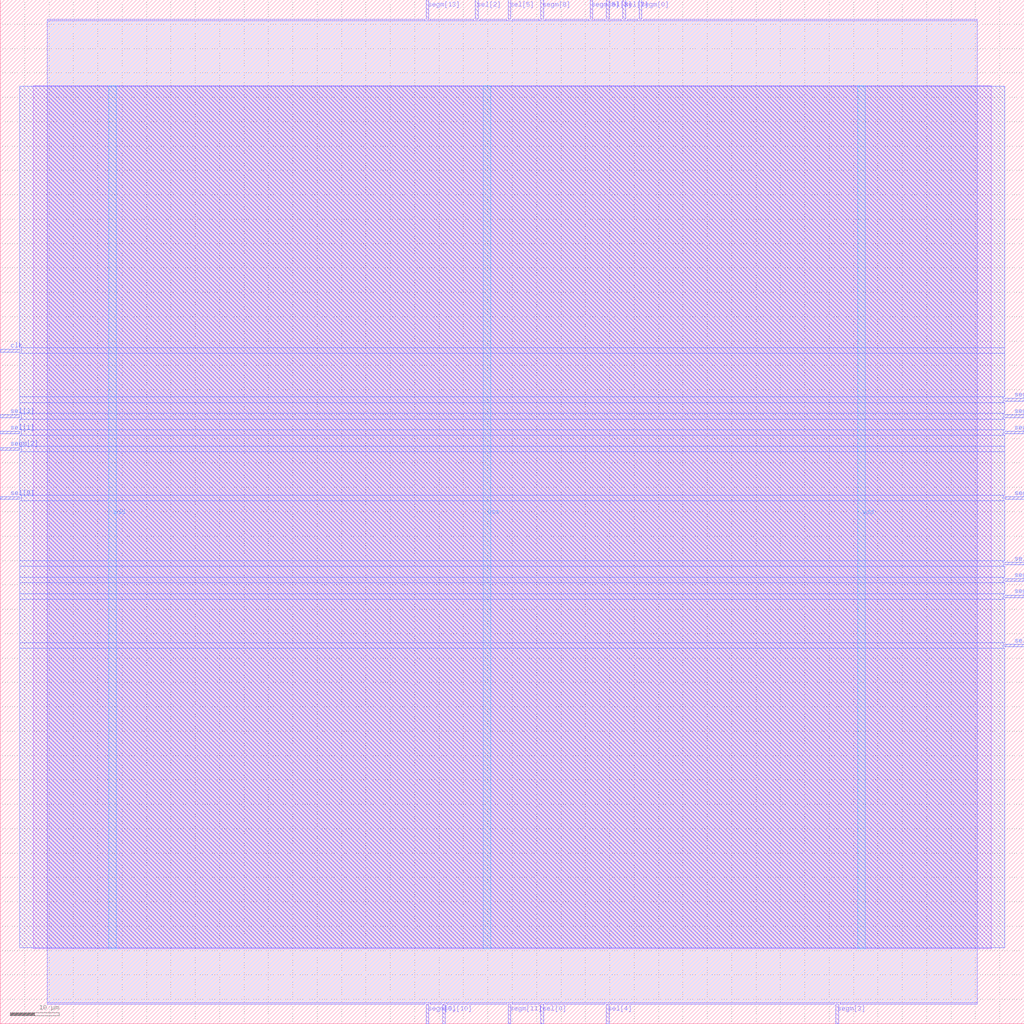
<source format=lef>
VERSION 5.7 ;
  NOWIREEXTENSIONATPIN ON ;
  DIVIDERCHAR "/" ;
  BUSBITCHARS "[]" ;
MACRO ita24
  CLASS BLOCK ;
  FOREIGN ita24 ;
  ORIGIN 0.000 0.000 ;
  SIZE 210.000 BY 210.000 ;
  PIN clk
    DIRECTION INPUT ;
    USE SIGNAL ;
    ANTENNAGATEAREA 4.738000 ;
    ANTENNADIFFAREA 0.410400 ;
    PORT
      LAYER Metal3 ;
        RECT 0.000 137.760 4.000 138.320 ;
    END
  END clk
  PIN segm[0]
    DIRECTION OUTPUT TRISTATE ;
    USE SIGNAL ;
    ANTENNADIFFAREA 0.360800 ;
    PORT
      LAYER Metal2 ;
        RECT 131.040 206.000 131.600 210.000 ;
    END
  END segm[0]
  PIN segm[10]
    DIRECTION OUTPUT TRISTATE ;
    USE SIGNAL ;
    ANTENNADIFFAREA 4.731200 ;
    PORT
      LAYER Metal3 ;
        RECT 206.000 127.680 210.000 128.240 ;
    END
  END segm[10]
  PIN segm[11]
    DIRECTION OUTPUT TRISTATE ;
    USE SIGNAL ;
    ANTENNADIFFAREA 4.731200 ;
    PORT
      LAYER Metal2 ;
        RECT 104.160 0.000 104.720 4.000 ;
    END
  END segm[11]
  PIN segm[12]
    DIRECTION OUTPUT TRISTATE ;
    USE SIGNAL ;
    ANTENNADIFFAREA 4.731200 ;
    PORT
      LAYER Metal3 ;
        RECT 206.000 107.520 210.000 108.080 ;
    END
  END segm[12]
  PIN segm[13]
    DIRECTION OUTPUT TRISTATE ;
    USE SIGNAL ;
    ANTENNADIFFAREA 4.731200 ;
    PORT
      LAYER Metal2 ;
        RECT 87.360 206.000 87.920 210.000 ;
    END
  END segm[13]
  PIN segm[1]
    DIRECTION OUTPUT TRISTATE ;
    USE SIGNAL ;
    ANTENNADIFFAREA 4.731200 ;
    PORT
      LAYER Metal3 ;
        RECT 206.000 90.720 210.000 91.280 ;
    END
  END segm[1]
  PIN segm[2]
    DIRECTION OUTPUT TRISTATE ;
    USE SIGNAL ;
    ANTENNADIFFAREA 4.731200 ;
    PORT
      LAYER Metal3 ;
        RECT 0.000 117.600 4.000 118.160 ;
    END
  END segm[2]
  PIN segm[3]
    DIRECTION OUTPUT TRISTATE ;
    USE SIGNAL ;
    ANTENNADIFFAREA 0.360800 ;
    PORT
      LAYER Metal2 ;
        RECT 171.360 0.000 171.920 4.000 ;
    END
  END segm[3]
  PIN segm[4]
    DIRECTION OUTPUT TRISTATE ;
    USE SIGNAL ;
    ANTENNADIFFAREA 4.731200 ;
    PORT
      LAYER Metal3 ;
        RECT 206.000 87.360 210.000 87.920 ;
    END
  END segm[4]
  PIN segm[5]
    DIRECTION OUTPUT TRISTATE ;
    USE SIGNAL ;
    ANTENNADIFFAREA 4.731200 ;
    PORT
      LAYER Metal2 ;
        RECT 120.960 206.000 121.520 210.000 ;
    END
  END segm[5]
  PIN segm[6]
    DIRECTION OUTPUT TRISTATE ;
    USE SIGNAL ;
    ANTENNADIFFAREA 4.731200 ;
    PORT
      LAYER Metal3 ;
        RECT 206.000 124.320 210.000 124.880 ;
    END
  END segm[6]
  PIN segm[7]
    DIRECTION OUTPUT TRISTATE ;
    USE SIGNAL ;
    ANTENNADIFFAREA 4.731200 ;
    PORT
      LAYER Metal3 ;
        RECT 206.000 120.960 210.000 121.520 ;
    END
  END segm[7]
  PIN segm[8]
    DIRECTION OUTPUT TRISTATE ;
    USE SIGNAL ;
    ANTENNADIFFAREA 4.731200 ;
    PORT
      LAYER Metal2 ;
        RECT 110.880 206.000 111.440 210.000 ;
    END
  END segm[8]
  PIN segm[9]
    DIRECTION OUTPUT TRISTATE ;
    USE SIGNAL ;
    ANTENNADIFFAREA 4.731200 ;
    PORT
      LAYER Metal2 ;
        RECT 87.360 0.000 87.920 4.000 ;
    END
  END segm[9]
  PIN sel[0]
    DIRECTION OUTPUT TRISTATE ;
    USE SIGNAL ;
    ANTENNADIFFAREA 4.731200 ;
    PORT
      LAYER Metal2 ;
        RECT 110.880 0.000 111.440 4.000 ;
    END
  END sel[0]
  PIN sel[10]
    DIRECTION OUTPUT TRISTATE ;
    USE SIGNAL ;
    ANTENNADIFFAREA 4.731200 ;
    PORT
      LAYER Metal2 ;
        RECT 90.720 0.000 91.280 4.000 ;
    END
  END sel[10]
  PIN sel[11]
    DIRECTION OUTPUT TRISTATE ;
    USE SIGNAL ;
    ANTENNADIFFAREA 4.731200 ;
    PORT
      LAYER Metal3 ;
        RECT 206.000 77.280 210.000 77.840 ;
    END
  END sel[11]
  PIN sel[1]
    DIRECTION OUTPUT TRISTATE ;
    USE SIGNAL ;
    ANTENNADIFFAREA 4.731200 ;
    PORT
      LAYER Metal3 ;
        RECT 0.000 120.960 4.000 121.520 ;
    END
  END sel[1]
  PIN sel[2]
    DIRECTION OUTPUT TRISTATE ;
    USE SIGNAL ;
    ANTENNADIFFAREA 4.731200 ;
    PORT
      LAYER Metal2 ;
        RECT 97.440 206.000 98.000 210.000 ;
    END
  END sel[2]
  PIN sel[3]
    DIRECTION OUTPUT TRISTATE ;
    USE SIGNAL ;
    ANTENNADIFFAREA 4.731200 ;
    PORT
      LAYER Metal3 ;
        RECT 0.000 124.320 4.000 124.880 ;
    END
  END sel[3]
  PIN sel[4]
    DIRECTION OUTPUT TRISTATE ;
    USE SIGNAL ;
    ANTENNADIFFAREA 4.731200 ;
    PORT
      LAYER Metal2 ;
        RECT 124.320 0.000 124.880 4.000 ;
    END
  END sel[4]
  PIN sel[5]
    DIRECTION OUTPUT TRISTATE ;
    USE SIGNAL ;
    ANTENNADIFFAREA 4.731200 ;
    PORT
      LAYER Metal2 ;
        RECT 104.160 206.000 104.720 210.000 ;
    END
  END sel[5]
  PIN sel[6]
    DIRECTION OUTPUT TRISTATE ;
    USE SIGNAL ;
    ANTENNADIFFAREA 4.731200 ;
    PORT
      LAYER Metal3 ;
        RECT 206.000 94.080 210.000 94.640 ;
    END
  END sel[6]
  PIN sel[7]
    DIRECTION OUTPUT TRISTATE ;
    USE SIGNAL ;
    ANTENNADIFFAREA 4.731200 ;
    PORT
      LAYER Metal2 ;
        RECT 127.680 206.000 128.240 210.000 ;
    END
  END sel[7]
  PIN sel[8]
    DIRECTION OUTPUT TRISTATE ;
    USE SIGNAL ;
    ANTENNADIFFAREA 4.731200 ;
    PORT
      LAYER Metal2 ;
        RECT 124.320 206.000 124.880 210.000 ;
    END
  END sel[8]
  PIN sel[9]
    DIRECTION OUTPUT TRISTATE ;
    USE SIGNAL ;
    ANTENNADIFFAREA 4.731200 ;
    PORT
      LAYER Metal3 ;
        RECT 0.000 107.520 4.000 108.080 ;
    END
  END sel[9]
  PIN vdd
    DIRECTION INOUT ;
    USE POWER ;
    PORT
      LAYER Metal4 ;
        RECT 22.240 15.380 23.840 192.380 ;
    END
    PORT
      LAYER Metal4 ;
        RECT 175.840 15.380 177.440 192.380 ;
    END
  END vdd
  PIN vss
    DIRECTION INOUT ;
    USE GROUND ;
    PORT
      LAYER Metal4 ;
        RECT 99.040 15.380 100.640 192.380 ;
    END
  END vss
  OBS
      LAYER Metal1 ;
        RECT 6.720 15.380 203.280 192.380 ;
      LAYER Metal2 ;
        RECT 9.660 205.700 87.060 206.000 ;
        RECT 88.220 205.700 97.140 206.000 ;
        RECT 98.300 205.700 103.860 206.000 ;
        RECT 105.020 205.700 110.580 206.000 ;
        RECT 111.740 205.700 120.660 206.000 ;
        RECT 121.820 205.700 124.020 206.000 ;
        RECT 125.180 205.700 127.380 206.000 ;
        RECT 128.540 205.700 130.740 206.000 ;
        RECT 131.900 205.700 200.340 206.000 ;
        RECT 9.660 4.300 200.340 205.700 ;
        RECT 9.660 4.000 87.060 4.300 ;
        RECT 88.220 4.000 90.420 4.300 ;
        RECT 91.580 4.000 103.860 4.300 ;
        RECT 105.020 4.000 110.580 4.300 ;
        RECT 111.740 4.000 124.020 4.300 ;
        RECT 125.180 4.000 171.060 4.300 ;
        RECT 172.220 4.000 200.340 4.300 ;
      LAYER Metal3 ;
        RECT 4.000 138.620 206.000 192.220 ;
        RECT 4.300 137.460 206.000 138.620 ;
        RECT 4.000 128.540 206.000 137.460 ;
        RECT 4.000 127.380 205.700 128.540 ;
        RECT 4.000 125.180 206.000 127.380 ;
        RECT 4.300 124.020 205.700 125.180 ;
        RECT 4.000 121.820 206.000 124.020 ;
        RECT 4.300 120.660 205.700 121.820 ;
        RECT 4.000 118.460 206.000 120.660 ;
        RECT 4.300 117.300 206.000 118.460 ;
        RECT 4.000 108.380 206.000 117.300 ;
        RECT 4.300 107.220 205.700 108.380 ;
        RECT 4.000 94.940 206.000 107.220 ;
        RECT 4.000 93.780 205.700 94.940 ;
        RECT 4.000 91.580 206.000 93.780 ;
        RECT 4.000 90.420 205.700 91.580 ;
        RECT 4.000 88.220 206.000 90.420 ;
        RECT 4.000 87.060 205.700 88.220 ;
        RECT 4.000 78.140 206.000 87.060 ;
        RECT 4.000 76.980 205.700 78.140 ;
        RECT 4.000 15.540 206.000 76.980 ;
  END
END ita24
END LIBRARY


</source>
